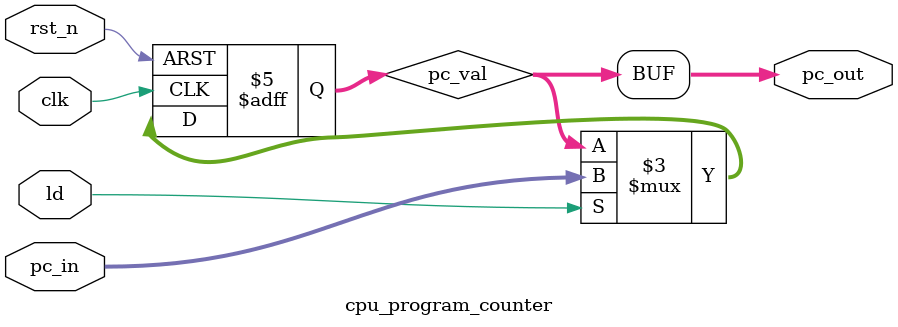
<source format=sv>

module cpu_program_counter  #(
   parameter ADDR_WIDTH = 32
)(
   //    Input ports definition
   input                   clk,
   input                   rst_n,
   input                   ld,
   input  [ADDR_WIDTH-1:0] pc_in,
   //    Output ports definition
   output [ADDR_WIDTH-1:0] pc_out
);
   
   logic [ADDR_WIDTH-1:0] pc_val;

   always_ff @(posedge clk or negedge rst_n) begin
      if(!rst_n) begin
         pc_val <= '0;
      end else if(ld) begin
         pc_val <= pc_in;
      end
   end

   assign pc_out = pc_val;

   `ifdef DESIGNER_ASSERTIONS
      //TODO add assertions
   `endif

endmodule : cpu_program_counter
</source>
